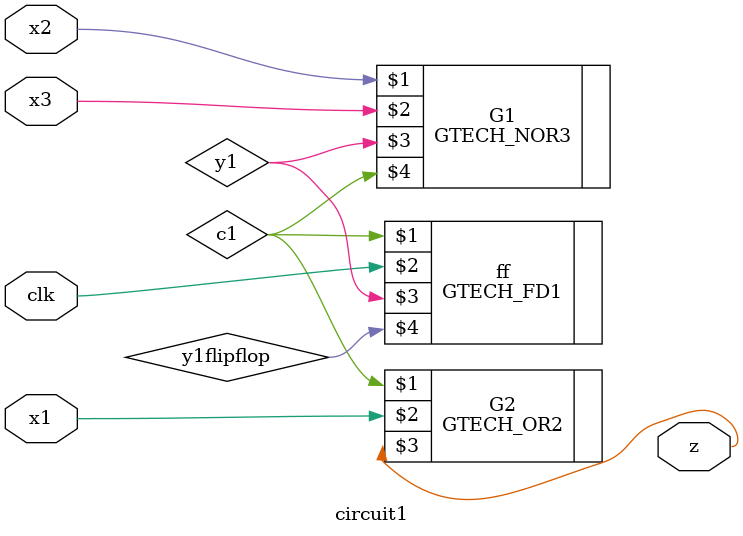
<source format=v>

module circuit1(clk,x1,x2,x3,z); 
input x1,x2,x3,clk;
output z;
wire y1,c2,c1,y1flipflop;

GTECH_NOR3 G1(x2,x3,y1,c1);
GTECH_FD1 ff(c1,clk,y1,y1flipflop); 
GTECH_OR2 G2(c1,x1,z);
endmodule



</source>
